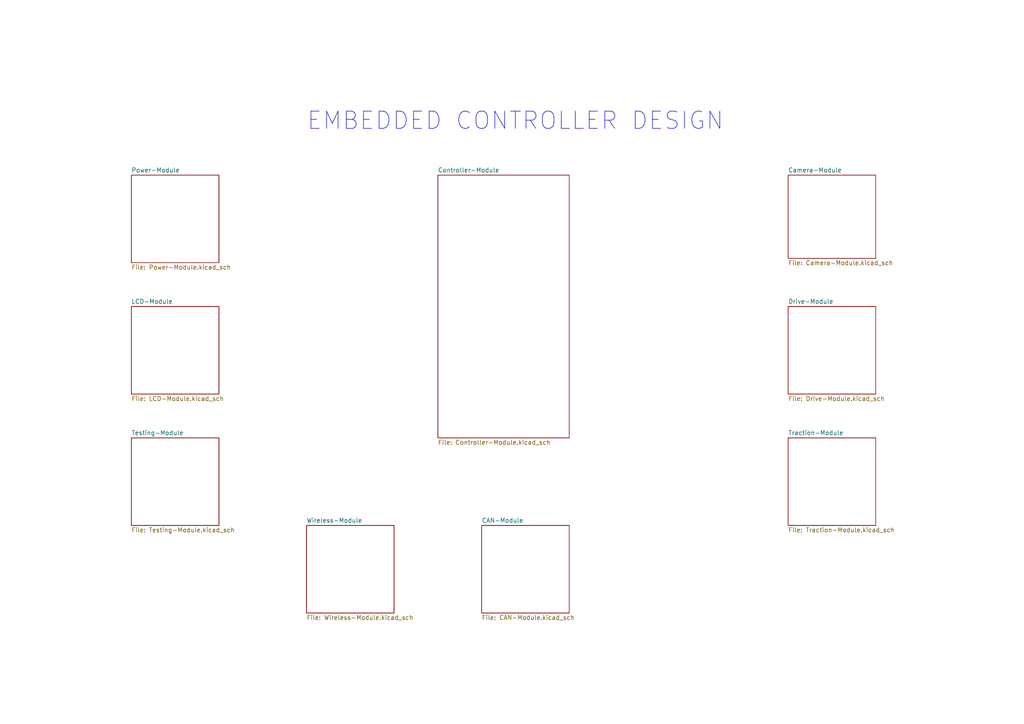
<source format=kicad_sch>
(kicad_sch (version 20211123) (generator eeschema)
  (paper "A4")
  (title_block (title "Top Level") (date "2022-02-21") (rev "1.0.0"))
  (lib_symbols)
  (text "EMBEDDED CONTROLLER DESIGN" (at 88.9 38.1 0) (effects (font (size 5 5)) (justify left bottom)))
  (sheet (at 38.1 127) (size 25.4 25.4) (stroke (width 0.1524))
    (property "Sheet name" "Testing-Module" (at 38.1 126.2884 0) (effects (justify left bottom)))
    (property "Sheet file" "Testing-Module.kicad_sch" (at 38.1 152.9846 0) (effects (justify left top)))
  )
  (sheet (at 139.7 152.4) (size 25.4 25.4) (stroke (width 0.1524))
    (property "Sheet name" "CAN-Module" (at 139.7 151.6884 0) (effects (justify left bottom)))
    (property "Sheet file" "CAN-Module.kicad_sch" (at 139.7 178.3846 0) (effects (justify left top)))
  )
  (sheet (at 38.1 50.8) (size 25.4 25.4) (stroke (width 0.1524))
    (property "Sheet name" "Power-Module" (at 38.1 50.0884 0) (effects (justify left bottom)))
    (property "Sheet file" "Power-Module.kicad_sch" (at 38.1 76.7846 0) (effects (justify left top)))
  )
  (sheet (at 38.1 88.9) (size 25.4 25.4) (stroke (width 0.1524))
    (property "Sheet name" "LCD-Module" (at 38.1 88.1884 0) (effects (justify left bottom)))
    (property "Sheet file" "LCD-Module.kicad_sch" (at 38.1 114.8846 0) (effects (justify left top)))
  )
  (sheet (at 127 50.8) (size 38.1 76.2) (stroke (width 0.1524))
    (property "Sheet name" "Controller-Module" (at 127 50.0884 0) (effects (justify left bottom)))
    (property "Sheet file" "Controller-Module.kicad_sch" (at 127 127.5846 0) (effects (justify left top)))
  )
  (sheet (at 228.6 127) (size 25.4 25.4) (stroke (width 0.1524))
    (property "Sheet name" "Traction-Module" (at 228.6 126.2884 0) (effects (justify left bottom)))
    (property "Sheet file" "Traction-Module.kicad_sch" (at 228.6 152.9846 0) (effects (justify left top)))
  )
  (sheet (at 228.6 50.8) (size 25.4 24.13) (stroke (width 0.1524))
    (property "Sheet name" "Camera-Module" (at 228.6 50.0884 0) (effects (justify left bottom)))
    (property "Sheet file" "Camera-Module.kicad_sch" (at 228.6 75.5146 0) (effects (justify left top)))
  )
  (sheet (at 88.9 152.4) (size 25.4 25.4) (stroke (width 0.1524))
    (property "Sheet name" "Wireless-Module" (at 88.9 151.6884 0) (effects (justify left bottom)))
    (property "Sheet file" "Wireless-Module.kicad_sch" (at 88.9 178.3846 0) (effects (justify left top)))
  )
  (sheet (at 228.6 88.9) (size 25.4 25.4) (stroke (width 0.1524))
    (property "Sheet name" "Drive-Module" (at 228.6 88.1884 0) (effects (justify left bottom)))
    (property "Sheet file" "Drive-Module.kicad_sch" (at 228.6 114.8846 0) (effects (justify left top)))
  )
)
</source>
